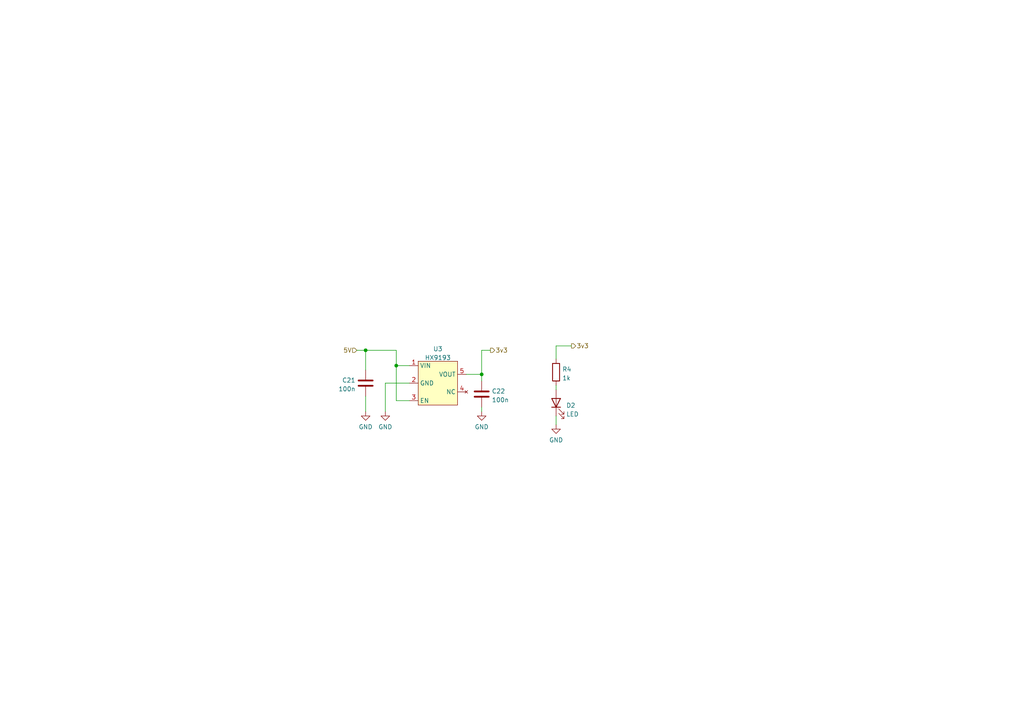
<source format=kicad_sch>
(kicad_sch (version 20211123) (generator eeschema)

  (uuid b72d3ec7-dbf4-401f-8388-9323ffdf7c25)

  (paper "A4")

  (lib_symbols
    (symbol "Device:C" (pin_numbers hide) (pin_names (offset 0.254)) (in_bom yes) (on_board yes)
      (property "Reference" "C" (id 0) (at 0.635 2.54 0)
        (effects (font (size 1.27 1.27)) (justify left))
      )
      (property "Value" "C" (id 1) (at 0.635 -2.54 0)
        (effects (font (size 1.27 1.27)) (justify left))
      )
      (property "Footprint" "" (id 2) (at 0.9652 -3.81 0)
        (effects (font (size 1.27 1.27)) hide)
      )
      (property "Datasheet" "~" (id 3) (at 0 0 0)
        (effects (font (size 1.27 1.27)) hide)
      )
      (property "ki_keywords" "cap capacitor" (id 4) (at 0 0 0)
        (effects (font (size 1.27 1.27)) hide)
      )
      (property "ki_description" "Unpolarized capacitor" (id 5) (at 0 0 0)
        (effects (font (size 1.27 1.27)) hide)
      )
      (property "ki_fp_filters" "C_*" (id 6) (at 0 0 0)
        (effects (font (size 1.27 1.27)) hide)
      )
      (symbol "C_0_1"
        (polyline
          (pts
            (xy -2.032 -0.762)
            (xy 2.032 -0.762)
          )
          (stroke (width 0.508) (type default) (color 0 0 0 0))
          (fill (type none))
        )
        (polyline
          (pts
            (xy -2.032 0.762)
            (xy 2.032 0.762)
          )
          (stroke (width 0.508) (type default) (color 0 0 0 0))
          (fill (type none))
        )
      )
      (symbol "C_1_1"
        (pin passive line (at 0 3.81 270) (length 2.794)
          (name "~" (effects (font (size 1.27 1.27))))
          (number "1" (effects (font (size 1.27 1.27))))
        )
        (pin passive line (at 0 -3.81 90) (length 2.794)
          (name "~" (effects (font (size 1.27 1.27))))
          (number "2" (effects (font (size 1.27 1.27))))
        )
      )
    )
    (symbol "Device:LED" (pin_numbers hide) (pin_names (offset 1.016) hide) (in_bom yes) (on_board yes)
      (property "Reference" "D" (id 0) (at 0 2.54 0)
        (effects (font (size 1.27 1.27)))
      )
      (property "Value" "LED" (id 1) (at 0 -2.54 0)
        (effects (font (size 1.27 1.27)))
      )
      (property "Footprint" "" (id 2) (at 0 0 0)
        (effects (font (size 1.27 1.27)) hide)
      )
      (property "Datasheet" "~" (id 3) (at 0 0 0)
        (effects (font (size 1.27 1.27)) hide)
      )
      (property "ki_keywords" "LED diode" (id 4) (at 0 0 0)
        (effects (font (size 1.27 1.27)) hide)
      )
      (property "ki_description" "Light emitting diode" (id 5) (at 0 0 0)
        (effects (font (size 1.27 1.27)) hide)
      )
      (property "ki_fp_filters" "LED* LED_SMD:* LED_THT:*" (id 6) (at 0 0 0)
        (effects (font (size 1.27 1.27)) hide)
      )
      (symbol "LED_0_1"
        (polyline
          (pts
            (xy -1.27 -1.27)
            (xy -1.27 1.27)
          )
          (stroke (width 0.254) (type default) (color 0 0 0 0))
          (fill (type none))
        )
        (polyline
          (pts
            (xy -1.27 0)
            (xy 1.27 0)
          )
          (stroke (width 0) (type default) (color 0 0 0 0))
          (fill (type none))
        )
        (polyline
          (pts
            (xy 1.27 -1.27)
            (xy 1.27 1.27)
            (xy -1.27 0)
            (xy 1.27 -1.27)
          )
          (stroke (width 0.254) (type default) (color 0 0 0 0))
          (fill (type none))
        )
        (polyline
          (pts
            (xy -3.048 -0.762)
            (xy -4.572 -2.286)
            (xy -3.81 -2.286)
            (xy -4.572 -2.286)
            (xy -4.572 -1.524)
          )
          (stroke (width 0) (type default) (color 0 0 0 0))
          (fill (type none))
        )
        (polyline
          (pts
            (xy -1.778 -0.762)
            (xy -3.302 -2.286)
            (xy -2.54 -2.286)
            (xy -3.302 -2.286)
            (xy -3.302 -1.524)
          )
          (stroke (width 0) (type default) (color 0 0 0 0))
          (fill (type none))
        )
      )
      (symbol "LED_1_1"
        (pin passive line (at -3.81 0 0) (length 2.54)
          (name "K" (effects (font (size 1.27 1.27))))
          (number "1" (effects (font (size 1.27 1.27))))
        )
        (pin passive line (at 3.81 0 180) (length 2.54)
          (name "A" (effects (font (size 1.27 1.27))))
          (number "2" (effects (font (size 1.27 1.27))))
        )
      )
    )
    (symbol "Device:R" (pin_numbers hide) (pin_names (offset 0)) (in_bom yes) (on_board yes)
      (property "Reference" "R" (id 0) (at 2.032 0 90)
        (effects (font (size 1.27 1.27)))
      )
      (property "Value" "R" (id 1) (at 0 0 90)
        (effects (font (size 1.27 1.27)))
      )
      (property "Footprint" "" (id 2) (at -1.778 0 90)
        (effects (font (size 1.27 1.27)) hide)
      )
      (property "Datasheet" "~" (id 3) (at 0 0 0)
        (effects (font (size 1.27 1.27)) hide)
      )
      (property "ki_keywords" "R res resistor" (id 4) (at 0 0 0)
        (effects (font (size 1.27 1.27)) hide)
      )
      (property "ki_description" "Resistor" (id 5) (at 0 0 0)
        (effects (font (size 1.27 1.27)) hide)
      )
      (property "ki_fp_filters" "R_*" (id 6) (at 0 0 0)
        (effects (font (size 1.27 1.27)) hide)
      )
      (symbol "R_0_1"
        (rectangle (start -1.016 -2.54) (end 1.016 2.54)
          (stroke (width 0.254) (type default) (color 0 0 0 0))
          (fill (type none))
        )
      )
      (symbol "R_1_1"
        (pin passive line (at 0 3.81 270) (length 1.27)
          (name "~" (effects (font (size 1.27 1.27))))
          (number "1" (effects (font (size 1.27 1.27))))
        )
        (pin passive line (at 0 -3.81 90) (length 1.27)
          (name "~" (effects (font (size 1.27 1.27))))
          (number "2" (effects (font (size 1.27 1.27))))
        )
      )
    )
    (symbol "MyLib:HX9193" (in_bom yes) (on_board yes)
      (property "Reference" "U" (id 0) (at -5.08 7.62 0)
        (effects (font (size 1.27 1.27)))
      )
      (property "Value" "HX9193" (id 1) (at 6.35 7.62 0)
        (effects (font (size 1.27 1.27)))
      )
      (property "Footprint" "Package_TO_SOT_SMD:SOT-23-5_HandSoldering" (id 2) (at 0 0 0)
        (effects (font (size 1.27 1.27)) hide)
      )
      (property "Datasheet" "https://item.szlcsc.com/280543.html" (id 3) (at 0 0 0)
        (effects (font (size 1.27 1.27)) hide)
      )
      (symbol "HX9193_0_1"
        (rectangle (start -6.35 6.35) (end 5.08 -6.35)
          (stroke (width 0) (type default) (color 0 0 0 0))
          (fill (type background))
        )
      )
      (symbol "HX9193_1_1"
        (pin power_in line (at -8.89 5.08 0) (length 2.54)
          (name "VIN" (effects (font (size 1.27 1.27))))
          (number "1" (effects (font (size 1.27 1.27))))
        )
        (pin passive line (at -8.89 0 0) (length 2.54)
          (name "GND" (effects (font (size 1.27 1.27))))
          (number "2" (effects (font (size 1.27 1.27))))
        )
        (pin input line (at -8.89 -5.08 0) (length 2.54)
          (name "EN" (effects (font (size 1.27 1.27))))
          (number "3" (effects (font (size 1.27 1.27))))
        )
        (pin no_connect line (at 7.62 -2.54 180) (length 2.54)
          (name "NC" (effects (font (size 1.27 1.27))))
          (number "4" (effects (font (size 1.27 1.27))))
        )
        (pin power_out line (at 7.62 2.54 180) (length 2.54)
          (name "VOUT" (effects (font (size 1.27 1.27))))
          (number "5" (effects (font (size 1.27 1.27))))
        )
      )
    )
    (symbol "power:GND" (power) (pin_names (offset 0)) (in_bom yes) (on_board yes)
      (property "Reference" "#PWR" (id 0) (at 0 -6.35 0)
        (effects (font (size 1.27 1.27)) hide)
      )
      (property "Value" "GND" (id 1) (at 0 -3.81 0)
        (effects (font (size 1.27 1.27)))
      )
      (property "Footprint" "" (id 2) (at 0 0 0)
        (effects (font (size 1.27 1.27)) hide)
      )
      (property "Datasheet" "" (id 3) (at 0 0 0)
        (effects (font (size 1.27 1.27)) hide)
      )
      (property "ki_keywords" "power-flag" (id 4) (at 0 0 0)
        (effects (font (size 1.27 1.27)) hide)
      )
      (property "ki_description" "Power symbol creates a global label with name \"GND\" , ground" (id 5) (at 0 0 0)
        (effects (font (size 1.27 1.27)) hide)
      )
      (symbol "GND_0_1"
        (polyline
          (pts
            (xy 0 0)
            (xy 0 -1.27)
            (xy 1.27 -1.27)
            (xy 0 -2.54)
            (xy -1.27 -1.27)
            (xy 0 -1.27)
          )
          (stroke (width 0) (type default) (color 0 0 0 0))
          (fill (type none))
        )
      )
      (symbol "GND_1_1"
        (pin power_in line (at 0 0 270) (length 0) hide
          (name "GND" (effects (font (size 1.27 1.27))))
          (number "1" (effects (font (size 1.27 1.27))))
        )
      )
    )
  )

  (junction (at 139.7 108.585) (diameter 0) (color 0 0 0 0)
    (uuid a3600373-3158-4dd1-9781-ec24b4afc1ad)
  )
  (junction (at 114.935 106.045) (diameter 0) (color 0 0 0 0)
    (uuid aaa63e6b-d628-4136-977f-24870a7bf69f)
  )
  (junction (at 106.045 101.6) (diameter 0) (color 0 0 0 0)
    (uuid ae6a0ebf-87e7-4485-b7f6-b2f4cc8086f9)
  )

  (wire (pts (xy 103.505 101.6) (xy 106.045 101.6))
    (stroke (width 0) (type default) (color 0 0 0 0))
    (uuid 058d7183-e256-453d-8d09-d3d1384166b1)
  )
  (wire (pts (xy 139.7 101.6) (xy 142.24 101.6))
    (stroke (width 0) (type default) (color 0 0 0 0))
    (uuid 1639397c-deb7-4802-a785-a7b99def9be2)
  )
  (wire (pts (xy 106.045 101.6) (xy 106.045 107.315))
    (stroke (width 0) (type default) (color 0 0 0 0))
    (uuid 1701d1cc-ec77-4a3b-b137-90bc8b0d9965)
  )
  (wire (pts (xy 114.935 101.6) (xy 114.935 106.045))
    (stroke (width 0) (type default) (color 0 0 0 0))
    (uuid 34b8b609-4e0e-41e4-9dc7-c29408ad43f1)
  )
  (wire (pts (xy 106.045 114.935) (xy 106.045 119.38))
    (stroke (width 0) (type default) (color 0 0 0 0))
    (uuid 367b7818-7ace-4171-8bd5-b101d4b4e159)
  )
  (wire (pts (xy 161.29 120.65) (xy 161.29 123.19))
    (stroke (width 0) (type default) (color 0 0 0 0))
    (uuid 39a5420b-5fba-489a-b8c3-de7332d0f7fe)
  )
  (wire (pts (xy 114.935 116.205) (xy 118.745 116.205))
    (stroke (width 0) (type default) (color 0 0 0 0))
    (uuid 487407d3-a968-462d-8bd0-884722a075a4)
  )
  (wire (pts (xy 161.29 100.33) (xy 165.735 100.33))
    (stroke (width 0) (type default) (color 0 0 0 0))
    (uuid 4b1682ee-ac4a-4a39-a4ac-455933a866f8)
  )
  (wire (pts (xy 139.7 108.585) (xy 139.7 110.49))
    (stroke (width 0) (type default) (color 0 0 0 0))
    (uuid 544370a8-54fc-42a1-972b-8f47fc055130)
  )
  (wire (pts (xy 106.045 101.6) (xy 114.935 101.6))
    (stroke (width 0) (type default) (color 0 0 0 0))
    (uuid 5608005c-13c2-415f-a9f5-afe71c504cbb)
  )
  (wire (pts (xy 111.76 119.38) (xy 111.76 111.125))
    (stroke (width 0) (type default) (color 0 0 0 0))
    (uuid 5bf6f1cc-9bd1-4461-bcd0-b5a65ec19009)
  )
  (wire (pts (xy 161.29 104.14) (xy 161.29 100.33))
    (stroke (width 0) (type default) (color 0 0 0 0))
    (uuid 7c0c4767-e50d-4b1d-bce1-132409b0e059)
  )
  (wire (pts (xy 161.29 111.76) (xy 161.29 113.03))
    (stroke (width 0) (type default) (color 0 0 0 0))
    (uuid 82183413-8866-4375-9663-611adfc0b5d2)
  )
  (wire (pts (xy 139.7 118.11) (xy 139.7 119.38))
    (stroke (width 0) (type default) (color 0 0 0 0))
    (uuid 86836598-dc51-4349-b7c0-16b204b94b42)
  )
  (wire (pts (xy 114.935 106.045) (xy 114.935 116.205))
    (stroke (width 0) (type default) (color 0 0 0 0))
    (uuid a5c7dbc5-b259-4d16-bb1f-d777b2d249bb)
  )
  (wire (pts (xy 111.76 111.125) (xy 118.745 111.125))
    (stroke (width 0) (type default) (color 0 0 0 0))
    (uuid b6425a6b-aeac-42cc-a0d2-9e7840dfd23e)
  )
  (wire (pts (xy 114.935 106.045) (xy 118.745 106.045))
    (stroke (width 0) (type default) (color 0 0 0 0))
    (uuid d0d52b12-edc8-4a03-93fe-435970cca99e)
  )
  (wire (pts (xy 139.7 101.6) (xy 139.7 108.585))
    (stroke (width 0) (type default) (color 0 0 0 0))
    (uuid d2d1173f-867b-4597-914e-b4f9e11156cd)
  )
  (wire (pts (xy 139.7 108.585) (xy 135.255 108.585))
    (stroke (width 0) (type default) (color 0 0 0 0))
    (uuid f276ef1f-fc91-4f81-a860-5acc16ed92a1)
  )

  (hierarchical_label "5V" (shape input) (at 103.505 101.6 180)
    (effects (font (size 1.27 1.27)) (justify right))
    (uuid 3ba4adbe-0447-40ad-8ad9-bad76267e6ca)
  )
  (hierarchical_label "3v3" (shape output) (at 142.24 101.6 0)
    (effects (font (size 1.27 1.27)) (justify left))
    (uuid 3ec1de77-877b-4f37-8263-5dc1838cfbee)
  )
  (hierarchical_label "3v3" (shape output) (at 165.735 100.33 0)
    (effects (font (size 1.27 1.27)) (justify left))
    (uuid 60d27d1f-7825-483b-8b9e-b74735864b7b)
  )

  (symbol (lib_id "power:GND") (at 111.76 119.38 0) (unit 1)
    (in_bom yes) (on_board yes) (fields_autoplaced)
    (uuid 1e46aa63-2442-4df3-9352-6e9838a65bd5)
    (property "Reference" "#PWR015" (id 0) (at 111.76 125.73 0)
      (effects (font (size 1.27 1.27)) hide)
    )
    (property "Value" "GND" (id 1) (at 111.76 123.8234 0))
    (property "Footprint" "" (id 2) (at 111.76 119.38 0)
      (effects (font (size 1.27 1.27)) hide)
    )
    (property "Datasheet" "" (id 3) (at 111.76 119.38 0)
      (effects (font (size 1.27 1.27)) hide)
    )
    (pin "1" (uuid fd8e628a-b5d8-46d2-a6f1-2aa9db5de7c8))
  )

  (symbol (lib_id "Device:C") (at 106.045 111.125 0) (mirror x) (unit 1)
    (in_bom yes) (on_board yes) (fields_autoplaced)
    (uuid 2545c75d-0a92-4afc-b564-550e18048caa)
    (property "Reference" "C21" (id 0) (at 103.124 110.2903 0)
      (effects (font (size 1.27 1.27)) (justify right))
    )
    (property "Value" "100n" (id 1) (at 103.124 112.8272 0)
      (effects (font (size 1.27 1.27)) (justify right))
    )
    (property "Footprint" "Capacitor_SMD:C_0603_1608Metric_Pad1.08x0.95mm_HandSolder" (id 2) (at 107.0102 107.315 0)
      (effects (font (size 1.27 1.27)) hide)
    )
    (property "Datasheet" "~" (id 3) (at 106.045 111.125 0)
      (effects (font (size 1.27 1.27)) hide)
    )
    (pin "1" (uuid 298b4614-fcc0-4071-9a44-716de7ddd679))
    (pin "2" (uuid 7f82cf1a-84f5-4b5f-9c24-6fbc5509dc1e))
  )

  (symbol (lib_id "Device:LED") (at 161.29 116.84 90) (unit 1)
    (in_bom yes) (on_board yes) (fields_autoplaced)
    (uuid 39e997bd-5aaf-4f27-af3d-d3c898a2bb47)
    (property "Reference" "D2" (id 0) (at 164.211 117.5928 90)
      (effects (font (size 1.27 1.27)) (justify right))
    )
    (property "Value" "LED" (id 1) (at 164.211 120.1297 90)
      (effects (font (size 1.27 1.27)) (justify right))
    )
    (property "Footprint" "LED_SMD:LED_0603_1608Metric" (id 2) (at 161.29 116.84 0)
      (effects (font (size 1.27 1.27)) hide)
    )
    (property "Datasheet" "~" (id 3) (at 161.29 116.84 0)
      (effects (font (size 1.27 1.27)) hide)
    )
    (pin "1" (uuid e5121c56-844b-4c31-bb49-fd6db10f9ac5))
    (pin "2" (uuid fb13d921-b158-472f-be53-955deedd5966))
  )

  (symbol (lib_id "MyLib:HX9193") (at 127.635 111.125 0) (unit 1)
    (in_bom yes) (on_board yes) (fields_autoplaced)
    (uuid 4d5d8b6d-2a7c-4ed1-b067-27943b4726c3)
    (property "Reference" "U3" (id 0) (at 127 101.2022 0))
    (property "Value" "HX9193" (id 1) (at 127 103.7391 0))
    (property "Footprint" "Package_TO_SOT_SMD:SOT-23-5_HandSoldering" (id 2) (at 127.635 111.125 0)
      (effects (font (size 1.27 1.27)) hide)
    )
    (property "Datasheet" "https://item.szlcsc.com/280543.html" (id 3) (at 127.635 111.125 0)
      (effects (font (size 1.27 1.27)) hide)
    )
    (pin "1" (uuid a895a6b0-a3b4-4bed-b3b7-b6493a4b0db3))
    (pin "2" (uuid 2aa26d8f-05f0-475e-8aa4-8d5bd6018e08))
    (pin "3" (uuid dcab28cb-0648-41b9-823f-21453c8f1133))
    (pin "4" (uuid cadc5669-8a49-42ec-98df-8a1f58ea5215))
    (pin "5" (uuid d5a54ee3-1ad5-4bb2-92ab-57aba44ecda3))
  )

  (symbol (lib_id "power:GND") (at 106.045 119.38 0) (unit 1)
    (in_bom yes) (on_board yes) (fields_autoplaced)
    (uuid 5984a939-028a-4576-8c3e-ec997d4158ef)
    (property "Reference" "#PWR014" (id 0) (at 106.045 125.73 0)
      (effects (font (size 1.27 1.27)) hide)
    )
    (property "Value" "GND" (id 1) (at 106.045 123.8234 0))
    (property "Footprint" "" (id 2) (at 106.045 119.38 0)
      (effects (font (size 1.27 1.27)) hide)
    )
    (property "Datasheet" "" (id 3) (at 106.045 119.38 0)
      (effects (font (size 1.27 1.27)) hide)
    )
    (pin "1" (uuid 136639c7-cbcd-4706-a127-e0911506bf48))
  )

  (symbol (lib_id "power:GND") (at 161.29 123.19 0) (unit 1)
    (in_bom yes) (on_board yes) (fields_autoplaced)
    (uuid 81a6de7b-63ed-4cb4-baf2-5887fb132b78)
    (property "Reference" "#PWR07" (id 0) (at 161.29 129.54 0)
      (effects (font (size 1.27 1.27)) hide)
    )
    (property "Value" "GND" (id 1) (at 161.29 127.6334 0))
    (property "Footprint" "" (id 2) (at 161.29 123.19 0)
      (effects (font (size 1.27 1.27)) hide)
    )
    (property "Datasheet" "" (id 3) (at 161.29 123.19 0)
      (effects (font (size 1.27 1.27)) hide)
    )
    (pin "1" (uuid 109d2d4e-4a80-4d20-8cb0-0c3eb02525b5))
  )

  (symbol (lib_id "Device:R") (at 161.29 107.95 0) (unit 1)
    (in_bom yes) (on_board yes) (fields_autoplaced)
    (uuid 8e22e417-2c5e-4e10-9355-2aa04e409f65)
    (property "Reference" "R4" (id 0) (at 163.068 107.1153 0)
      (effects (font (size 1.27 1.27)) (justify left))
    )
    (property "Value" "1k" (id 1) (at 163.068 109.6522 0)
      (effects (font (size 1.27 1.27)) (justify left))
    )
    (property "Footprint" "Resistor_SMD:R_0603_1608Metric_Pad0.98x0.95mm_HandSolder" (id 2) (at 159.512 107.95 90)
      (effects (font (size 1.27 1.27)) hide)
    )
    (property "Datasheet" "~" (id 3) (at 161.29 107.95 0)
      (effects (font (size 1.27 1.27)) hide)
    )
    (pin "1" (uuid 45354abd-5c4e-4873-b57b-dba90cf0410c))
    (pin "2" (uuid 9c49a1db-ab6c-4112-a12d-ed72fa7051f5))
  )

  (symbol (lib_id "Device:C") (at 139.7 114.3 0) (mirror x) (unit 1)
    (in_bom yes) (on_board yes) (fields_autoplaced)
    (uuid 9cb43d36-3197-462d-9644-de89d0654136)
    (property "Reference" "C22" (id 0) (at 142.621 113.4653 0)
      (effects (font (size 1.27 1.27)) (justify left))
    )
    (property "Value" "100n" (id 1) (at 142.621 116.0022 0)
      (effects (font (size 1.27 1.27)) (justify left))
    )
    (property "Footprint" "Capacitor_SMD:C_0603_1608Metric_Pad1.08x0.95mm_HandSolder" (id 2) (at 140.6652 110.49 0)
      (effects (font (size 1.27 1.27)) hide)
    )
    (property "Datasheet" "~" (id 3) (at 139.7 114.3 0)
      (effects (font (size 1.27 1.27)) hide)
    )
    (pin "1" (uuid 1ad3d4e9-8523-4f85-8969-cbdaee27ec1d))
    (pin "2" (uuid 9cad7b1d-0d8a-4983-b001-ee39f40804fc))
  )

  (symbol (lib_id "power:GND") (at 139.7 119.38 0) (unit 1)
    (in_bom yes) (on_board yes) (fields_autoplaced)
    (uuid b3499204-228b-401b-9120-34f510659b8d)
    (property "Reference" "#PWR016" (id 0) (at 139.7 125.73 0)
      (effects (font (size 1.27 1.27)) hide)
    )
    (property "Value" "GND" (id 1) (at 139.7 123.8234 0))
    (property "Footprint" "" (id 2) (at 139.7 119.38 0)
      (effects (font (size 1.27 1.27)) hide)
    )
    (property "Datasheet" "" (id 3) (at 139.7 119.38 0)
      (effects (font (size 1.27 1.27)) hide)
    )
    (pin "1" (uuid eac883df-25ca-47dd-a7e2-9ad2c546bd62))
  )
)

</source>
